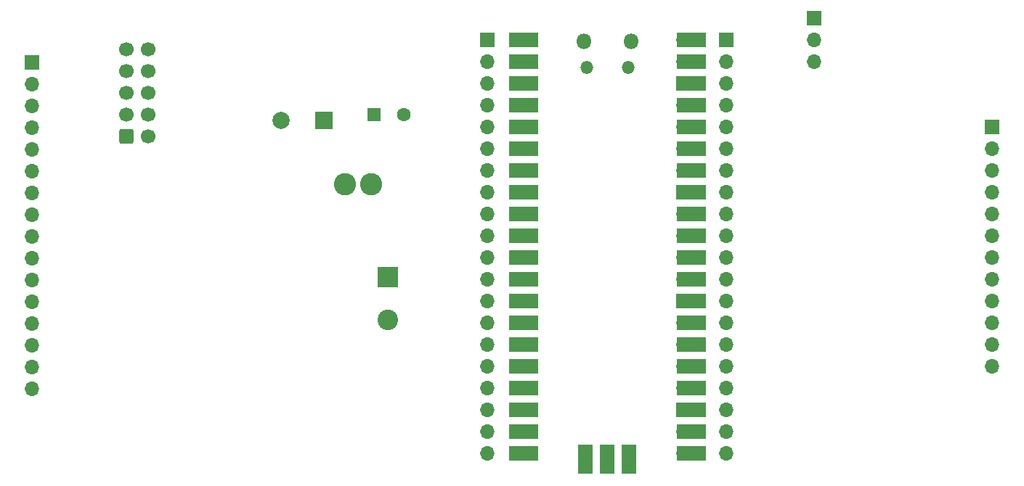
<source format=gbr>
%TF.GenerationSoftware,KiCad,Pcbnew,7.0.2*%
%TF.CreationDate,2025-03-27T17:53:26+00:00*%
%TF.ProjectId,dk2_04b_bottom,646b325f-3034-4625-9f62-6f74746f6d2e,rev?*%
%TF.SameCoordinates,Original*%
%TF.FileFunction,Soldermask,Bot*%
%TF.FilePolarity,Negative*%
%FSLAX46Y46*%
G04 Gerber Fmt 4.6, Leading zero omitted, Abs format (unit mm)*
G04 Created by KiCad (PCBNEW 7.0.2) date 2025-03-27 17:53:26*
%MOMM*%
%LPD*%
G01*
G04 APERTURE LIST*
G04 Aperture macros list*
%AMRoundRect*
0 Rectangle with rounded corners*
0 $1 Rounding radius*
0 $2 $3 $4 $5 $6 $7 $8 $9 X,Y pos of 4 corners*
0 Add a 4 corners polygon primitive as box body*
4,1,4,$2,$3,$4,$5,$6,$7,$8,$9,$2,$3,0*
0 Add four circle primitives for the rounded corners*
1,1,$1+$1,$2,$3*
1,1,$1+$1,$4,$5*
1,1,$1+$1,$6,$7*
1,1,$1+$1,$8,$9*
0 Add four rect primitives between the rounded corners*
20,1,$1+$1,$2,$3,$4,$5,0*
20,1,$1+$1,$4,$5,$6,$7,0*
20,1,$1+$1,$6,$7,$8,$9,0*
20,1,$1+$1,$8,$9,$2,$3,0*%
G04 Aperture macros list end*
%ADD10R,1.700000X1.700000*%
%ADD11O,1.700000X1.700000*%
%ADD12R,2.400000X2.400000*%
%ADD13C,2.400000*%
%ADD14RoundRect,0.250000X-0.600000X-0.600000X0.600000X-0.600000X0.600000X0.600000X-0.600000X0.600000X0*%
%ADD15C,1.700000*%
%ADD16C,2.600000*%
%ADD17R,1.600000X1.600000*%
%ADD18C,1.600000*%
%ADD19R,2.000000X2.000000*%
%ADD20C,2.000000*%
%ADD21O,1.800000X1.800000*%
%ADD22O,1.500000X1.500000*%
%ADD23R,3.500000X1.700000*%
%ADD24R,1.700000X3.500000*%
G04 APERTURE END LIST*
D10*
%TO.C,J1*%
X84000000Y-58500000D03*
D11*
X84000000Y-61040000D03*
X84000000Y-63580000D03*
X84000000Y-66120000D03*
X84000000Y-68660000D03*
X84000000Y-71200000D03*
X84000000Y-73740000D03*
X84000000Y-76280000D03*
X84000000Y-78820000D03*
X84000000Y-81360000D03*
X84000000Y-83900000D03*
X84000000Y-86440000D03*
X84000000Y-88980000D03*
X84000000Y-91520000D03*
X84000000Y-94060000D03*
X84000000Y-96600000D03*
%TD*%
D10*
%TO.C,J2*%
X196000000Y-66000000D03*
D11*
X196000000Y-68540000D03*
X196000000Y-71080000D03*
X196000000Y-73620000D03*
X196000000Y-76160000D03*
X196000000Y-78700000D03*
X196000000Y-81240000D03*
X196000000Y-83780000D03*
X196000000Y-86320000D03*
X196000000Y-88860000D03*
X196000000Y-91400000D03*
X196000000Y-93940000D03*
%TD*%
D12*
%TO.C,C28*%
X125500000Y-83500000D03*
D13*
X125500000Y-88500000D03*
%TD*%
D14*
%TO.C,J3*%
X95000000Y-67080000D03*
D15*
X97540000Y-67080000D03*
X95000000Y-64540000D03*
X97540000Y-64540000D03*
X95000000Y-62000000D03*
X97540000Y-62000000D03*
X95000000Y-59460000D03*
X97540000Y-59460000D03*
X95000000Y-56920000D03*
X97540000Y-56920000D03*
%TD*%
D16*
%TO.C,L1*%
X120532323Y-72700000D03*
X123532323Y-72700000D03*
%TD*%
D10*
%TO.C,J4*%
X165000000Y-55880000D03*
D11*
X165000000Y-58420000D03*
X165000000Y-60960000D03*
X165000000Y-63500000D03*
X165000000Y-66040000D03*
X165000000Y-68580000D03*
X165000000Y-71120000D03*
X165000000Y-73660000D03*
X165000000Y-76200000D03*
X165000000Y-78740000D03*
X165000000Y-81280000D03*
X165000000Y-83820000D03*
X165000000Y-86360000D03*
X165000000Y-88900000D03*
X165000000Y-91440000D03*
X165000000Y-93980000D03*
X165000000Y-96520000D03*
X165000000Y-99060000D03*
X165000000Y-101600000D03*
X165000000Y-104140000D03*
%TD*%
D17*
%TO.C,C27*%
X123879672Y-64600000D03*
D18*
X127379672Y-64600000D03*
%TD*%
D19*
%TO.C,C25*%
X118100000Y-65200000D03*
D20*
X113100000Y-65200000D03*
%TD*%
D10*
%TO.C,J6*%
X175260000Y-53340000D03*
D11*
X175260000Y-55880000D03*
X175260000Y-58420000D03*
%TD*%
D10*
%TO.C,J5*%
X137160000Y-55880000D03*
D11*
X137160000Y-58420000D03*
X137160000Y-60960000D03*
X137160000Y-63500000D03*
X137160000Y-66040000D03*
X137160000Y-68580000D03*
X137160000Y-71120000D03*
X137160000Y-73660000D03*
X137160000Y-76200000D03*
X137160000Y-78740000D03*
X137160000Y-81280000D03*
X137160000Y-83820000D03*
X137160000Y-86360000D03*
X137160000Y-88900000D03*
X137160000Y-91440000D03*
X137160000Y-93980000D03*
X137160000Y-96520000D03*
X137160000Y-99060000D03*
X137160000Y-101600000D03*
X137160000Y-104140000D03*
%TD*%
D21*
%TO.C,U1*%
X153855000Y-56010000D03*
D22*
X153555000Y-59040000D03*
X148705000Y-59040000D03*
D21*
X148405000Y-56010000D03*
D11*
X160020000Y-55880000D03*
D23*
X160920000Y-55880000D03*
D11*
X160020000Y-58420000D03*
D23*
X160920000Y-58420000D03*
D10*
X160020000Y-60960000D03*
D23*
X160920000Y-60960000D03*
D11*
X160020000Y-63500000D03*
D23*
X160920000Y-63500000D03*
D11*
X160020000Y-66040000D03*
D23*
X160920000Y-66040000D03*
D11*
X160020000Y-68580000D03*
D23*
X160920000Y-68580000D03*
D11*
X160020000Y-71120000D03*
D23*
X160920000Y-71120000D03*
D10*
X160020000Y-73660000D03*
D23*
X160920000Y-73660000D03*
D11*
X160020000Y-76200000D03*
D23*
X160920000Y-76200000D03*
D11*
X160020000Y-78740000D03*
D23*
X160920000Y-78740000D03*
D11*
X160020000Y-81280000D03*
D23*
X160920000Y-81280000D03*
D11*
X160020000Y-83820000D03*
D23*
X160920000Y-83820000D03*
D10*
X160020000Y-86360000D03*
D23*
X160920000Y-86360000D03*
D11*
X160020000Y-88900000D03*
D23*
X160920000Y-88900000D03*
D11*
X160020000Y-91440000D03*
D23*
X160920000Y-91440000D03*
D11*
X160020000Y-93980000D03*
D23*
X160920000Y-93980000D03*
D11*
X160020000Y-96520000D03*
D23*
X160920000Y-96520000D03*
D10*
X160020000Y-99060000D03*
D23*
X160920000Y-99060000D03*
D11*
X160020000Y-101600000D03*
D23*
X160920000Y-101600000D03*
D11*
X160020000Y-104140000D03*
D23*
X160920000Y-104140000D03*
D11*
X142240000Y-104140000D03*
D23*
X141340000Y-104140000D03*
D11*
X142240000Y-101600000D03*
D23*
X141340000Y-101600000D03*
D10*
X142240000Y-99060000D03*
D23*
X141340000Y-99060000D03*
D11*
X142240000Y-96520000D03*
D23*
X141340000Y-96520000D03*
D11*
X142240000Y-93980000D03*
D23*
X141340000Y-93980000D03*
D11*
X142240000Y-91440000D03*
D23*
X141340000Y-91440000D03*
D11*
X142240000Y-88900000D03*
D23*
X141340000Y-88900000D03*
D10*
X142240000Y-86360000D03*
D23*
X141340000Y-86360000D03*
D11*
X142240000Y-83820000D03*
D23*
X141340000Y-83820000D03*
D11*
X142240000Y-81280000D03*
D23*
X141340000Y-81280000D03*
D11*
X142240000Y-78740000D03*
D23*
X141340000Y-78740000D03*
D11*
X142240000Y-76200000D03*
D23*
X141340000Y-76200000D03*
D10*
X142240000Y-73660000D03*
D23*
X141340000Y-73660000D03*
D11*
X142240000Y-71120000D03*
D23*
X141340000Y-71120000D03*
D11*
X142240000Y-68580000D03*
D23*
X141340000Y-68580000D03*
D11*
X142240000Y-66040000D03*
D23*
X141340000Y-66040000D03*
D11*
X142240000Y-63500000D03*
D23*
X141340000Y-63500000D03*
D10*
X142240000Y-60960000D03*
D23*
X141340000Y-60960000D03*
D11*
X142240000Y-58420000D03*
D23*
X141340000Y-58420000D03*
D11*
X142240000Y-55880000D03*
D23*
X141340000Y-55880000D03*
D11*
X153670000Y-103910000D03*
D24*
X153670000Y-104810000D03*
D10*
X151130000Y-103910000D03*
D24*
X151130000Y-104810000D03*
D11*
X148590000Y-103910000D03*
D24*
X148590000Y-104810000D03*
%TD*%
M02*

</source>
